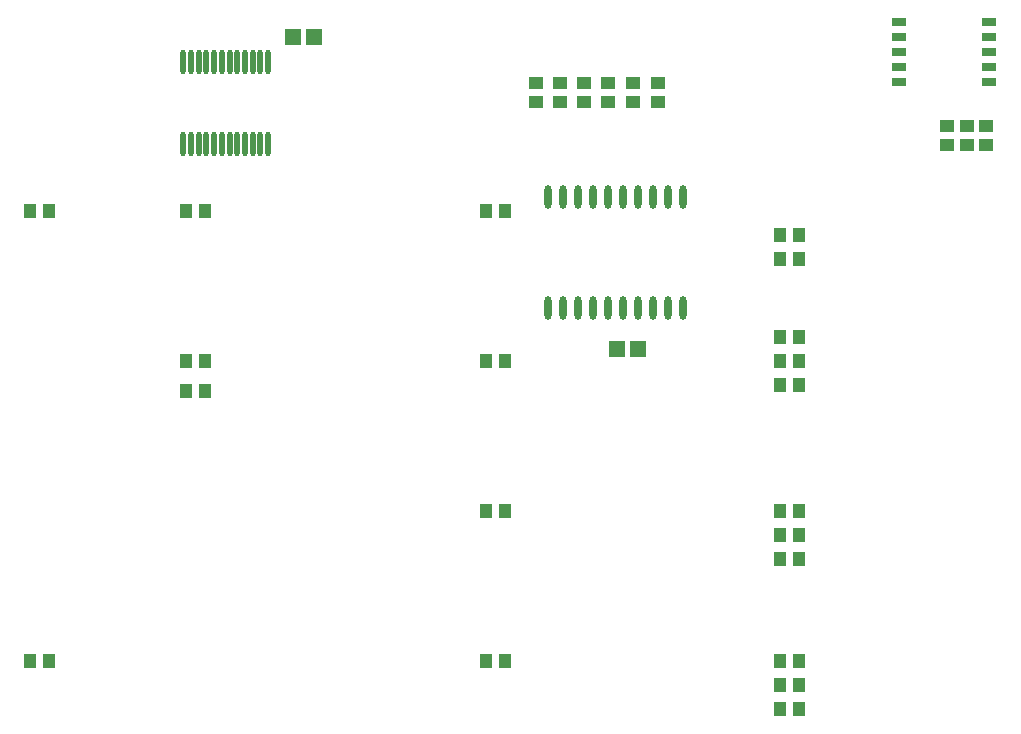
<source format=gtp>
%FSLAX25Y25*%
%MOIN*%
G70*
G01*
G75*
G04 Layer_Color=8421504*
%ADD10R,0.05118X0.03937*%
%ADD11R,0.03937X0.05118*%
%ADD12R,0.05512X0.05512*%
%ADD13R,0.05000X0.02992*%
%ADD14O,0.02362X0.07874*%
%ADD15O,0.01772X0.08268*%
%ADD16C,0.00800*%
%ADD17C,0.01000*%
%ADD18C,0.02000*%
%ADD19C,0.00600*%
%ADD20C,0.02500*%
%ADD21C,0.01200*%
%ADD22C,0.25000*%
%ADD23C,0.05906*%
%ADD24R,0.05906X0.05906*%
%ADD25C,0.05700*%
%ADD26C,0.04000*%
%ADD27C,0.03000*%
%ADD28C,0.06000*%
%ADD29C,0.00984*%
%ADD30C,0.02362*%
%ADD31C,0.00787*%
%ADD32C,0.00500*%
%ADD33C,0.00700*%
D10*
X413500Y592650D02*
D03*
Y586350D02*
D03*
X405500Y586350D02*
D03*
Y592650D02*
D03*
X389500Y586350D02*
D03*
Y592650D02*
D03*
X397500Y592650D02*
D03*
Y586350D02*
D03*
X430000Y592650D02*
D03*
Y586350D02*
D03*
X421833Y586350D02*
D03*
Y592650D02*
D03*
X526500Y578150D02*
D03*
Y571850D02*
D03*
X533000Y578150D02*
D03*
Y571850D02*
D03*
X539500Y578150D02*
D03*
Y571850D02*
D03*
D11*
X220850Y550000D02*
D03*
X227150D02*
D03*
X279150D02*
D03*
X272850D02*
D03*
X279150Y490000D02*
D03*
X272850D02*
D03*
X279150Y500000D02*
D03*
X272850D02*
D03*
X379150Y400000D02*
D03*
X372850D02*
D03*
X379150Y450000D02*
D03*
X372850D02*
D03*
X470850Y500000D02*
D03*
X477150D02*
D03*
X379150D02*
D03*
X372850D02*
D03*
X379150Y550000D02*
D03*
X372850D02*
D03*
X220850Y400000D02*
D03*
X227150D02*
D03*
X470850D02*
D03*
X477150D02*
D03*
Y392000D02*
D03*
X470850D02*
D03*
X477150Y508000D02*
D03*
X470850D02*
D03*
X477150Y492000D02*
D03*
X470850D02*
D03*
X477150Y534000D02*
D03*
X470850D02*
D03*
X477150Y542000D02*
D03*
X470850D02*
D03*
X477150Y434000D02*
D03*
X470850D02*
D03*
X477150Y450000D02*
D03*
X470850D02*
D03*
Y442000D02*
D03*
X477150D02*
D03*
Y384000D02*
D03*
X470850D02*
D03*
D12*
X308457Y608000D02*
D03*
X315543D02*
D03*
X416457Y504000D02*
D03*
X423543D02*
D03*
D13*
X510500Y613000D02*
D03*
Y608000D02*
D03*
Y603000D02*
D03*
Y598000D02*
D03*
Y593000D02*
D03*
X540500D02*
D03*
Y598000D02*
D03*
Y603000D02*
D03*
Y608000D02*
D03*
Y613000D02*
D03*
D14*
X423500Y554504D02*
D03*
X418500D02*
D03*
X413500D02*
D03*
X408500D02*
D03*
X403500D02*
D03*
X398500D02*
D03*
X393500D02*
D03*
X438500Y517496D02*
D03*
X433500D02*
D03*
X428500D02*
D03*
X423500D02*
D03*
X418500D02*
D03*
X413500D02*
D03*
X408500D02*
D03*
X403500D02*
D03*
X398500D02*
D03*
X393500D02*
D03*
X438500Y554504D02*
D03*
X433500D02*
D03*
X428500D02*
D03*
D15*
X271925Y572417D02*
D03*
X274484D02*
D03*
X277043D02*
D03*
X279602D02*
D03*
X282161D02*
D03*
X284720D02*
D03*
X287280D02*
D03*
X289839D02*
D03*
X292398D02*
D03*
X294957D02*
D03*
X297516D02*
D03*
X300075D02*
D03*
X271925Y599583D02*
D03*
X274484D02*
D03*
X277043D02*
D03*
X279602D02*
D03*
X282161D02*
D03*
X284720D02*
D03*
X287280D02*
D03*
X289839D02*
D03*
X292398D02*
D03*
X294957D02*
D03*
X297516D02*
D03*
X300075D02*
D03*
M02*

</source>
